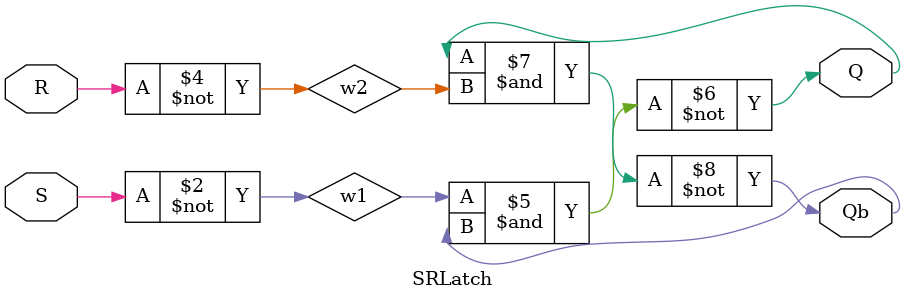
<source format=v>
`timescale 1ns / 1ps


module SRLatch(output Q,Qb, input S,R);
wire w1,w2;

    //Logic
    nand G1(w1,S,S);
    nand G2(w2,R,R);
    
    nand G3(Q,w1,Qb);
    nand G4(Qb,Q,w2);
        
endmodule

</source>
